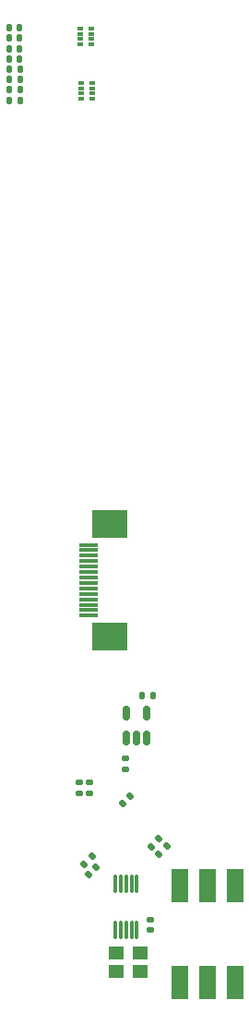
<source format=gbr>
%TF.GenerationSoftware,KiCad,Pcbnew,8.0.7*%
%TF.CreationDate,2025-01-05T12:24:48+01:00*%
%TF.ProjectId,tiliqua-motherboard,74696c69-7175-4612-9d6d-6f7468657262,rev?*%
%TF.SameCoordinates,Original*%
%TF.FileFunction,Paste,Bot*%
%TF.FilePolarity,Positive*%
%FSLAX46Y46*%
G04 Gerber Fmt 4.6, Leading zero omitted, Abs format (unit mm)*
G04 Created by KiCad (PCBNEW 8.0.7) date 2025-01-05 12:24:48*
%MOMM*%
%LPD*%
G01*
G04 APERTURE LIST*
G04 Aperture macros list*
%AMRoundRect*
0 Rectangle with rounded corners*
0 $1 Rounding radius*
0 $2 $3 $4 $5 $6 $7 $8 $9 X,Y pos of 4 corners*
0 Add a 4 corners polygon primitive as box body*
4,1,4,$2,$3,$4,$5,$6,$7,$8,$9,$2,$3,0*
0 Add four circle primitives for the rounded corners*
1,1,$1+$1,$2,$3*
1,1,$1+$1,$4,$5*
1,1,$1+$1,$6,$7*
1,1,$1+$1,$8,$9*
0 Add four rect primitives between the rounded corners*
20,1,$1+$1,$2,$3,$4,$5,0*
20,1,$1+$1,$4,$5,$6,$7,0*
20,1,$1+$1,$6,$7,$8,$9,0*
20,1,$1+$1,$8,$9,$2,$3,0*%
G04 Aperture macros list end*
%ADD10RoundRect,0.147500X-0.147500X-0.172500X0.147500X-0.172500X0.147500X0.172500X-0.147500X0.172500X0*%
%ADD11RoundRect,0.135000X0.035355X-0.226274X0.226274X-0.035355X-0.035355X0.226274X-0.226274X0.035355X0*%
%ADD12RoundRect,0.135000X-0.035355X0.226274X-0.226274X0.035355X0.035355X-0.226274X0.226274X-0.035355X0*%
%ADD13R,1.400000X1.200000*%
%ADD14RoundRect,0.150000X0.150000X-0.512500X0.150000X0.512500X-0.150000X0.512500X-0.150000X-0.512500X0*%
%ADD15R,1.800000X0.300000*%
%ADD16R,3.200000X2.500000*%
%ADD17R,0.500000X0.400000*%
%ADD18R,0.500000X0.300000*%
%ADD19R,1.600000X3.100000*%
%ADD20RoundRect,0.087500X0.087500X-0.725000X0.087500X0.725000X-0.087500X0.725000X-0.087500X-0.725000X0*%
%ADD21RoundRect,0.135000X0.185000X-0.135000X0.185000X0.135000X-0.185000X0.135000X-0.185000X-0.135000X0*%
%ADD22RoundRect,0.135000X-0.135000X-0.185000X0.135000X-0.185000X0.135000X0.185000X-0.135000X0.185000X0*%
%ADD23RoundRect,0.140000X-0.170000X0.140000X-0.170000X-0.140000X0.170000X-0.140000X0.170000X0.140000X0*%
G04 APERTURE END LIST*
D10*
%TO.C,D6*%
X1480000Y-2650000D03*
X2450000Y-2650000D03*
%TD*%
D11*
%TO.C,R49*%
X11858960Y-73873543D03*
X12580208Y-73152295D03*
%TD*%
D12*
%TO.C,R37*%
X9454893Y-79649130D03*
X8733645Y-80370378D03*
%TD*%
D13*
%TO.C,Y2*%
X11300798Y-87562359D03*
X13500798Y-87562359D03*
X13500798Y-89262359D03*
X11300798Y-89262359D03*
%TD*%
D10*
%TO.C,D16*%
X1500000Y-8340000D03*
X2470000Y-8340000D03*
%TD*%
%TO.C,D14*%
X1480000Y-4550000D03*
X2450000Y-4550000D03*
%TD*%
D14*
%TO.C,U6*%
X14133656Y-67837499D03*
X13183657Y-67837499D03*
X12233658Y-67837499D03*
X12233658Y-65562499D03*
X14133656Y-65562499D03*
%TD*%
D11*
%TO.C,R48*%
X14510724Y-77794791D03*
X15231972Y-77073543D03*
%TD*%
D10*
%TO.C,D10*%
X1487500Y-3600000D03*
X2457500Y-3600000D03*
%TD*%
%TO.C,D8*%
X1495000Y-6440000D03*
X2465000Y-6440000D03*
%TD*%
D15*
%TO.C,J1*%
X8800000Y-50100000D03*
X8800000Y-50600000D03*
X8800000Y-51100000D03*
X8800000Y-51600000D03*
X8800000Y-52100000D03*
X8800000Y-52600000D03*
X8800000Y-53100000D03*
X8800000Y-53600000D03*
X8800000Y-54100000D03*
X8800000Y-54600000D03*
X8800000Y-55100000D03*
X8800000Y-55600000D03*
X8800000Y-56100000D03*
X8800000Y-56600000D03*
D16*
X10700000Y-48150000D03*
X10700000Y-58550000D03*
%TD*%
D17*
%TO.C,RN4*%
X9110000Y-7690000D03*
D18*
X9110000Y-8190000D03*
X9110000Y-8690000D03*
D17*
X9110000Y-9190000D03*
X8110000Y-9190000D03*
D18*
X8110000Y-8690000D03*
X8110000Y-8190000D03*
D17*
X8110000Y-7690000D03*
%TD*%
D11*
%TO.C,R36*%
X8380646Y-79392067D03*
X9101894Y-78670819D03*
%TD*%
D19*
%TO.C,U4*%
X22195000Y-90290000D03*
X19655000Y-90290000D03*
X17115000Y-90290000D03*
X17115000Y-81400000D03*
X19655000Y-81400000D03*
X22195000Y-81400000D03*
%TD*%
D10*
%TO.C,D12*%
X1500000Y-7390000D03*
X2470000Y-7390000D03*
%TD*%
D11*
%TO.C,R47*%
X15213992Y-78478524D03*
X15935240Y-77757276D03*
%TD*%
D17*
%TO.C,RN2*%
X9040000Y-2690000D03*
D18*
X9040000Y-3190000D03*
X9040000Y-3690000D03*
D17*
X9040000Y-4190000D03*
X8040000Y-4190000D03*
D18*
X8040000Y-3690000D03*
X8040000Y-3190000D03*
D17*
X8040000Y-2690000D03*
%TD*%
D20*
%TO.C,U11*%
X13204508Y-85438856D03*
X12704508Y-85438856D03*
X12204508Y-85438856D03*
X11704508Y-85438856D03*
X11204508Y-85438856D03*
X11204508Y-81213856D03*
X11704508Y-81213856D03*
X12204508Y-81213856D03*
X12704508Y-81213856D03*
X13204508Y-81213856D03*
%TD*%
D21*
%TO.C,R34*%
X8872338Y-72953827D03*
X8872338Y-71933827D03*
%TD*%
D10*
%TO.C,D20*%
X1500000Y-9290000D03*
X2470000Y-9290000D03*
%TD*%
D21*
%TO.C,R45*%
X12183657Y-70709998D03*
X12183657Y-69690000D03*
%TD*%
%TO.C,R35*%
X7933657Y-72949999D03*
X7933657Y-71929999D03*
%TD*%
D10*
%TO.C,D18*%
X1487500Y-5500000D03*
X2457500Y-5500000D03*
%TD*%
D22*
%TO.C,R46*%
X13683657Y-63949999D03*
X14703655Y-63949999D03*
%TD*%
D23*
%TO.C,C36*%
X14433657Y-84469999D03*
X14433657Y-85429999D03*
%TD*%
M02*

</source>
